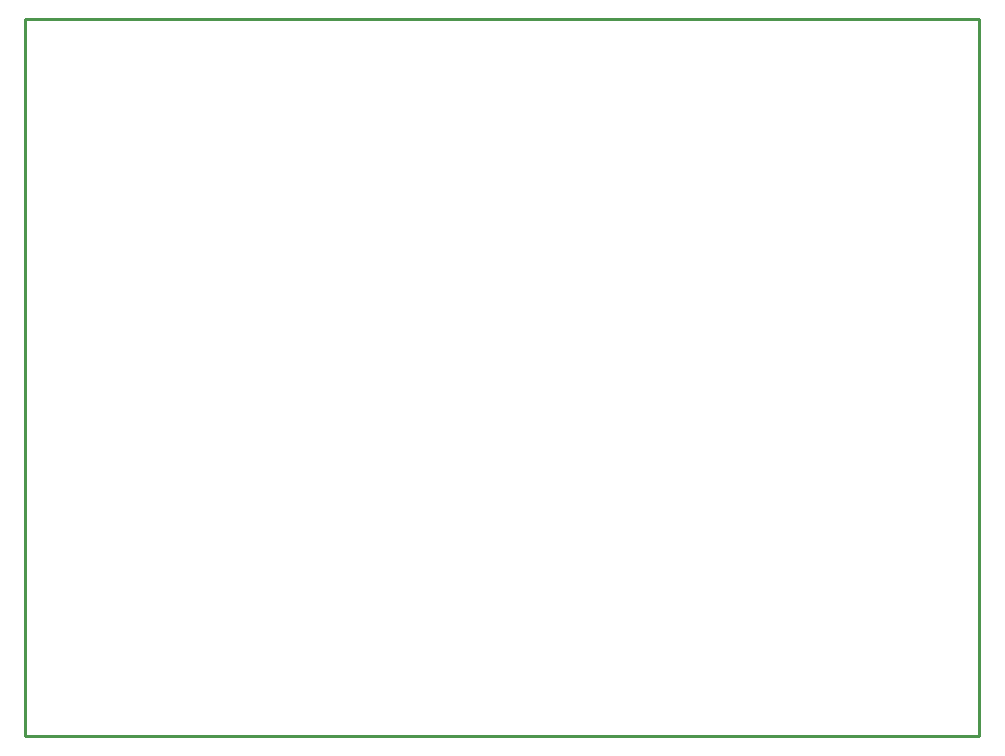
<source format=gm1>
%FSLAX44Y44*%
%MOMM*%
G71*
G01*
G75*
G04 Layer_Color=16711935*
%ADD10R,1.8000X1.1500*%
%ADD11C,0.7620*%
G04:AMPARAMS|DCode=12|XSize=1.15mm|YSize=1.8mm|CornerRadius=0mm|HoleSize=0mm|Usage=FLASHONLY|Rotation=135.000|XOffset=0mm|YOffset=0mm|HoleType=Round|Shape=Rectangle|*
%AMROTATEDRECTD12*
4,1,4,1.0430,0.2298,-0.2298,-1.0430,-1.0430,-0.2298,0.2298,1.0430,1.0430,0.2298,0.0*
%
%ADD12ROTATEDRECTD12*%

%ADD13R,1.1500X1.8000*%
%ADD14C,0.1500*%
%ADD15C,1.5000*%
%ADD16R,1.5000X1.5000*%
%ADD17R,1.5000X1.5000*%
%ADD18C,1.5240*%
%ADD19C,3.5000*%
%ADD20C,0.6000*%
%ADD21R,1.7000X1.1000*%
%ADD22R,1.1000X1.7000*%
G04:AMPARAMS|DCode=23|XSize=1.7mm|YSize=1.1mm|CornerRadius=0mm|HoleSize=0mm|Usage=FLASHONLY|Rotation=45.000|XOffset=0mm|YOffset=0mm|HoleType=Round|Shape=Rectangle|*
%AMROTATEDRECTD23*
4,1,4,-0.2121,-0.9900,-0.9900,-0.2121,0.2121,0.9900,0.9900,0.2121,-0.2121,-0.9900,0.0*
%
%ADD23ROTATEDRECTD23*%

%ADD24C,0.6000*%
%ADD25C,0.1000*%
%ADD26C,0.2540*%
%ADD27C,0.2000*%
%ADD28C,0.0178*%
%ADD29C,0.2032*%
%ADD30R,2.0000X1.3500*%
%ADD31C,0.9620*%
G04:AMPARAMS|DCode=32|XSize=1.35mm|YSize=2mm|CornerRadius=0mm|HoleSize=0mm|Usage=FLASHONLY|Rotation=135.000|XOffset=0mm|YOffset=0mm|HoleType=Round|Shape=Rectangle|*
%AMROTATEDRECTD32*
4,1,4,1.1844,0.2298,-0.2298,-1.1844,-1.1844,-0.2298,0.2298,1.1844,1.1844,0.2298,0.0*
%
%ADD32ROTATEDRECTD32*%

%ADD33R,1.3500X2.0000*%
%ADD34C,1.7000*%
%ADD35R,1.7000X1.7000*%
%ADD36R,1.7000X1.7000*%
%ADD37C,1.7240*%
%ADD38C,3.7000*%
%ADD39C,0.8000*%
%ADD40R,1.9000X1.3000*%
%ADD41R,1.3000X1.9000*%
G04:AMPARAMS|DCode=42|XSize=1.9mm|YSize=1.3mm|CornerRadius=0mm|HoleSize=0mm|Usage=FLASHONLY|Rotation=45.000|XOffset=0mm|YOffset=0mm|HoleType=Round|Shape=Rectangle|*
%AMROTATEDRECTD42*
4,1,4,-0.2121,-1.1314,-1.1314,-0.2121,0.2121,1.1314,1.1314,0.2121,-0.2121,-1.1314,0.0*
%
%ADD42ROTATEDRECTD42*%

%ADD43C,0.0254*%
%ADD44R,0.8890X0.9144*%
D26*
X367030Y506730D02*
Y1113790D01*
Y506730D02*
X1174750D01*
Y1113536D01*
X367030Y1113790D02*
X1174750D01*
M02*

</source>
